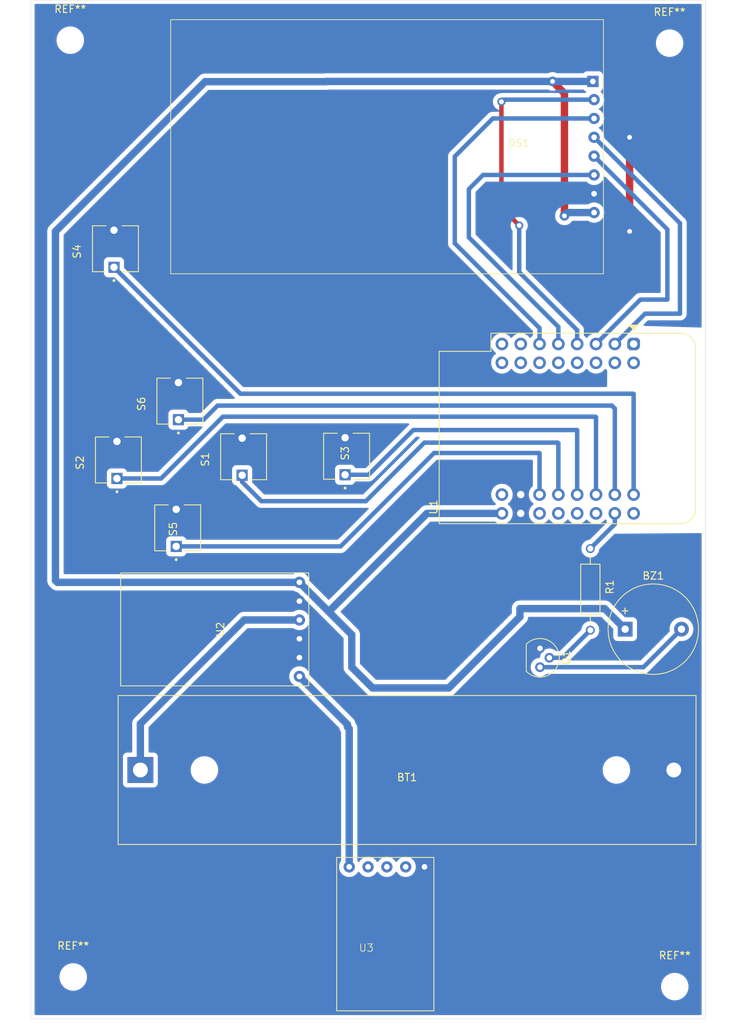
<source format=kicad_pcb>
(kicad_pcb (version 20240108) (generator "pcbnew") (generator_version "8.0")
  (layers (0 "F.Cu" signal) (31 "B.Cu" signal) (34 "B.Paste" user) (35 "F.Paste" user) (36 "B.SilkS" user "B.Silkscreen") (37 "F.SilkS" user "F.Silkscreen") (38 "B.Mask" user) (39 "F.Mask" user) (44 "Edge.Cuts" user))
  (net 0 "")
  (net 1 "+BATT")
  (net 2 "GND")
  (net 3 "Net-(BZ1--)")
  (net 4 "+5V")
  (net 5 "/DATA_4")
  (net 6 "/DATA_5")
  (net 7 "+3.3V")
  (net 8 "/DATA_2")
  (net 9 "/DATA_1")
  (net 10 "/DATA_3")
  (net 11 "/PWM1")
  (net 12 "VDC")
  (net 26 "/switch1")
  (net 27 "/switch2")
  (net 28 "/switch3")
  (net 29 "/switch4")
  (net 30 "/switch5")
  (net 31 "/switch6")
  (net 32 "Net-(Q1-B)")
  (footprint "switch_tactile:SW_TL59NF160Q" (layer "F.Cu") (at 113.9 57.9375 90)
    (property "Reference" "S4" (at -0.369 -4.985 90) (layer "F.SilkS"))
    (property "Value" "TL59NF160Q")
    (fp_line (start 3.1 -2.9) (end 3.1 -1.074) (stroke (width 0.127)) (layer "F.SilkS"))
    (fp_line (start -3.1 -2.9) (end 3.1 -2.9) (stroke (width 0.127)) (layer "F.SilkS"))
    (fp_line (start -3.1 -1.074) (end -3.1 -2.9) (stroke (width 0.127)) (layer "F.SilkS"))
    (fp_line (start 3.1 3.3) (end 3.1 1.074) (stroke (width 0.127)) (layer "F.SilkS"))
    (fp_line (start 3.1 3.3) (end -3.1 3.3) (stroke (width 0.127)) (layer "F.SilkS"))
    (fp_line (start -3.1 3.3) (end -3.1 1.074) (stroke (width 0.127)) (layer "F.SilkS"))
    (fp_circle (center -4.294 0) (end -4.194 0) (stroke (width 0.2)) (fill none) (layer "F.SilkS"))
    (pad "1" thru_hole rect (at -2.5 0 90) (size 1.508 1.508) (drill 1) (layers "*.Cu" "*.Mask") (net 29 "/switch4"))
    (pad "2" thru_hole circle (at 2.5 0 90) (size 1.508 1.508) (drill 1) (layers "*.Cu" "*.Mask") (net 2 "GND"))
  )
  (footprint "switch_tactile:SW_TL59NF160Q" (layer "F.Cu") (at 122.3 95.6 90)
    (property "Reference" "S5" (at -0.1625 -0.4 90) (layer "F.SilkS"))
    (property "Value" "TL59NF160Q")
    (fp_line (start 3.1 -2.9) (end 3.1 -1.074) (stroke (width 0.127)) (layer "F.SilkS"))
    (fp_line (start -3.1 -2.9) (end 3.1 -2.9) (stroke (width 0.127)) (layer "F.SilkS"))
    (fp_line (start -3.1 -1.074) (end -3.1 -2.9) (stroke (width 0.127)) (layer "F.SilkS"))
    (fp_line (start 3.1 3.3) (end 3.1 1.074) (stroke (width 0.127)) (layer "F.SilkS"))
    (fp_line (start 3.1 3.3) (end -3.1 3.3) (stroke (width 0.127)) (layer "F.SilkS"))
    (fp_line (start -3.1 3.3) (end -3.1 1.074) (stroke (width 0.127)) (layer "F.SilkS"))
    (fp_circle (center -4.294 0) (end -4.194 0) (stroke (width 0.2)) (fill none) (layer "F.SilkS"))
    (pad "1" thru_hole rect (at -2.5 0 90) (size 1.508 1.508) (drill 1) (layers "*.Cu" "*.Mask") (net 30 "/switch5"))
    (pad "2" thru_hole circle (at 2.5 0 90) (size 1.508 1.508) (drill 1) (layers "*.Cu" "*.Mask") (net 2 "GND"))
  )
  (footprint "resistencias:RESAD1100W55L680D260" (layer "F.Cu") (at 178.2 103.9 -90)
    (property "Reference" "R1" (at -0.325 -2.635 90) (layer "F.SilkS"))
    (property "Value" "MFR-25FBF52-1K")
    (fp_line (start -3.4 1.3) (end 3.4 1.3) (stroke (width 0.127)) (layer "F.SilkS"))
    (fp_line (start 3.4 1.3) (end 3.4 0) (stroke (width 0.127)) (layer "F.SilkS"))
    (fp_line (start -4.58 0) (end -3.4 0) (stroke (width 0.127)) (layer "F.SilkS"))
    (fp_line (start -3.4 0) (end -3.4 1.3) (stroke (width 0.127)) (layer "F.SilkS"))
    (fp_line (start 3.4 0) (end 3.4 -1.3) (stroke (width 0.127)) (layer "F.SilkS"))
    (fp_line (start 4.58 0) (end 3.4 0) (stroke (width 0.127)) (layer "F.SilkS"))
    (fp_line (start -3.4 -1.3) (end -3.4 0) (stroke (width 0.127)) (layer "F.SilkS"))
    (fp_line (start 3.4 -1.3) (end -3.4 -1.3) (stroke (width 0.127)) (layer "F.SilkS"))
    (pad "1" thru_hole circle (at -5.5 0 270) (size 1.2 1.2) (drill 0.8) (layers "*.Cu" "*.Mask") (net 11 "/PWM1"))
    (pad "2" thru_hole circle (at 5.5 0 270) (size 1.2 1.2) (drill 0.8) (layers "*.Cu" "*.Mask") (net 32 "Net-(Q1-B)"))
  )
  (footprint "switch_tactile:SW_TL59NF160Q" (layer "F.Cu") (at 145.1 85.9375 90)
    (property "Reference" "S3" (at 0.4 0 90) (layer "F.SilkS"))
    (property "Value" "TL59NF160Q" (hide yes))
    (fp_line (start 3.1 -2.9) (end 3.1 -1.074) (stroke (width 0.127)) (layer "F.SilkS"))
    (fp_line (start -3.1 -2.9) (end 3.1 -2.9) (stroke (width 0.127)) (layer "F.SilkS"))
    (fp_line (start -3.1 -1.074) (end -3.1 -2.9) (stroke (width 0.127)) (layer "F.SilkS"))
    (fp_line (start 3.1 3.3) (end 3.1 1.074) (stroke (width 0.127)) (layer "F.SilkS"))
    (fp_line (start 3.1 3.3) (end -3.1 3.3) (stroke (width 0.127)) (layer "F.SilkS"))
    (fp_line (start -3.1 3.3) (end -3.1 1.074) (stroke (width 0.127)) (layer "F.SilkS"))
    (fp_circle (center -4.294 0) (end -4.194 0) (stroke (width 0.2)) (fill none) (layer "F.SilkS"))
    (pad "1" thru_hole rect (at -2.5 0 90) (size 1.508 1.508) (drill 1) (layers "*.Cu" "*.Mask") (net 28 "/switch3"))
    (pad "2" thru_hole circle (at 2.5 0 90) (size 1.508 1.508) (drill 1) (layers "*.Cu" "*.Mask") (net 2 "GND"))
  )
  (footprint "Buzzer_Beeper:Buzzer_12x9.5RM7.6" (layer "F.Cu") (at 182.9 109.27)
    (property "Reference" "BZ1" (at 3.8 -7.2 0) (layer "F.SilkS"))
    (property "Value" "Buzzer")
    (fp_circle (center 3.8 0) (end 9.9 0) (stroke (width 0.12)) (fill none) (layer "F.SilkS"))
    (fp_text user "+" (at -0.01 -2.54 0) (layer "F.SilkS"))
    (pad "1" thru_hole rect (at 0 0) (size 2 2) (drill 1) (layers "*.Cu" "*.Mask") (net 4 "+5V"))
    (pad "2" thru_hole circle (at 7.6 0) (size 2 2) (drill 1) (layers "*.Cu" "*.Mask") (net 3 "Net-(BZ1--)"))
  )
  (footprint "switch_tactile:SW_TL59NF160Q" (layer "F.Cu") (at 122.6 78.5 90)
    (property "Reference" "S6" (at -0.369 -4.985 90) (layer "F.SilkS"))
    (property "Value" "TL59NF160Q")
    (fp_line (start 3.1 -2.9) (end 3.1 -1.074) (stroke (width 0.127)) (layer "F.SilkS"))
    (fp_line (start -3.1 -2.9) (end 3.1 -2.9) (stroke (width 0.127)) (layer "F.SilkS"))
    (fp_line (start -3.1 -1.074) (end -3.1 -2.9) (stroke (width 0.127)) (layer "F.SilkS"))
    (fp_line (start 3.1 3.3) (end 3.1 1.074) (stroke (width 0.127)) (layer "F.SilkS"))
    (fp_line (start 3.1 3.3) (end -3.1 3.3) (stroke (width 0.127)) (layer "F.SilkS"))
    (fp_line (start -3.1 3.3) (end -3.1 1.074) (stroke (width 0.127)) (layer "F.SilkS"))
    (fp_circle (center -4.294 0) (end -4.194 0) (stroke (width 0.2)) (fill none) (layer "F.SilkS"))
    (pad "1" thru_hole rect (at -2.5 0 90) (size 1.508 1.508) (drill 1) (layers "*.Cu" "*.Mask") (net 31 "/switch6"))
    (pad "2" thru_hole circle (at 2.5 0 90) (size 1.508 1.508) (drill 1) (layers "*.Cu" "*.Mask") (net 2 "GND"))
  )
  (footprint "devkit_esp32_mini:WEMOS_S2_mini" (layer "F.Cu") (at 184.045 70.7875 -90)
    (property "Reference" "U1" (at 22 27 90) (layer "F.SilkS"))
    (property "Value" "WeMos_S2_mini")
    (fp_line (start 1 26.25) (end 24.25 26.25) (stroke (width 0.12)) (layer "F.SilkS"))
    (fp_line (start 24.25 26.25) (end 24.25 -6.3) (stroke (width 0.12)) (layer "F.SilkS"))
    (fp_line (start -1.45 19.25) (end 1 19.25) (stroke (width 0.12)) (layer "F.SilkS"))
    (fp_line (start -1.45 19.25) (end -1.45 -6.3) (stroke (width 0.12)) (layer "F.SilkS"))
    (fp_line (start 1 19.25) (end 1 26.25) (stroke (width 0.12)) (layer "F.SilkS"))
    (fp_line (start 22.2 -8.35) (end 0.6 -8.35) (stroke (width 0.12)) (layer "F.SilkS"))
    (fp_arc (start -1.45 -6.3) (mid -0.849569 -7.749569) (end 0.6 -8.35) (stroke (width 0.12)) (layer "F.SilkS"))
    (fp_arc (start 22.2 -8.35) (mid 23.649569 -7.749569) (end 24.25 -6.3) (stroke (width 0.12)) (layer "F.SilkS"))
    (fp_poly (pts (xy -2.54 -0.635) (xy -2.54 0.635) (xy -1.905 0)) (stroke (width 0.12)) (fill solid) (layer "F.SilkS"))
    (pad "1" thru_hole roundrect (at 0 0 270) (size 1.7 1.7) (drill 1) (layers "*.Cu" "*.Mask") (roundrect_rratio 0.35) (chamfer_ratio 0.2) (chamfer top_left bottom_right))
    (pad "2" thru_hole circle (at 0 2.54 270) (size 1.7 1.7) (drill 1) (layers "*.Cu" "*.Mask") (net 10 "/DATA_3"))
    (pad "3" thru_hole circle (at 0 5.08 270) (size 1.7 1.7) (drill 1) (layers "*.Cu" "*.Mask") (net 5 "/DATA_4"))
    (pad "4" thru_hole circle (at 0 7.62 270) (size 1.7 1.7) (drill 1) (layers "*.Cu" "*.Mask") (net 9 "/DATA_1"))
    (pad "5" thru_hole circle (at 0 10.16 270) (size 1.7 1.7) (drill 1) (layers "*.Cu" "*.Mask") (net 6 "/DATA_5"))
    (pad "6" thru_hole circle (at 0 12.7 270) (size 1.7 1.7) (drill 1) (layers "*.Cu" "*.Mask") (net 8 "/DATA_2"))
    (pad "7" thru_hole circle (at 0 15.24 270) (size 1.7 1.7) (drill 1) (layers "*.Cu" "*.Mask"))
    (pad "8" thru_hole circle (at 0 17.78 270) (size 1.7 1.7) (drill 1) (layers "*.Cu" "*.Mask") (net 7 "+3.3V"))
    (pad "9" thru_hole circle (at 22.86 17.78 270) (size 1.7 1.7) (drill 1) (layers "*.Cu" "*.Mask") (net 4 "+5V"))
    (pad "10" thru_hole circle (at 22.86 15.24 270) (size 1.7 1.7) (drill 1) (layers "*.Cu" "*.Mask") (net 2 "GND"))
    (pad "11" thru_hole circle (at 22.86 12.7 270) (size 1.7 1.7) (drill 1) (layers "*.Cu" "*.Mask"))
    (pad "12" thru_hole circle (at 22.86 10.16 270) (size 1.7 1.7) (drill 1) (layers "*.Cu" "*.Mask"))
    (pad "13" thru_hole circle (at 22.86 7.62 270) (size 1.7 1.7) (drill 1) (layers "*.Cu" "*.Mask"))
    (pad "14" thru_hole circle (at 22.86 5.08 270) (size 1.7 1.7) (drill 1) (layers "*.Cu" "*.Mask"))
    (pad "15" thru_hole circle (at 22.86 2.54 270) (size 1.7 1.7) (drill 1) (layers "*.Cu" "*.Mask") (net 11 "/PWM1"))
    (pad "16" thru_hole circle (at 22.86 0 270) (size 1.7 1.7) (drill 1) (layers "*.Cu" "*.Mask"))
    (pad "17" thru_hole circle (at 2.54 0 270) (size 1.7 1.7) (drill 1) (layers "*.Cu" "*.Mask"))
    (pad "18" thru_hole circle (at 2.54 2.54 270) (size 1.7 1.7) (drill 1) (layers "*.Cu" "*.Mask"))
    (pad "19" thru_hole circle (at 2.54 5.08 270) (size 1.7 1.7) (drill 1) (layers "*.Cu" "*.Mask"))
    (pad "20" thru_hole circle (at 2.54 7.62 270) (size 1.7 1.7) (drill 1) (layers "*.Cu" "*.Mask"))
    (pad "21" thru_hole circle (at 2.54 10.16 270) (size 1.7 1.7) (drill 1) (layers "*.Cu" "*.Mask"))
    (pad "22" thru_hole circle (at 2.54 12.7 270) (size 1.7 1.7) (drill 1) (layers "*.Cu" "*.Mask"))
    (pad "23" thru_hole circle (at 2.54 15.24 270) (size 1.7 1.7) (drill 1) (layers "*.Cu" "*.Mask"))
    (pad "24" thru_hole circle (at 2.54 17.78 270) (size 1.7 1.7) (drill 1) (layers "*.Cu" "*.Mask"))
    (pad "25" thru_hole circle (at 20.32 17.78 270) (size 1.7 1.7) (drill 1) (layers "*.Cu" "*.Mask"))
    (pad "26" thru_hole circle (at 20.32 15.24 270) (size 1.7 1.7) (drill 1) (layers "*.Cu" "*.Mask") (net 2 "GND"))
    (pad "27" thru_hole circle (at 20.32 12.7 270) (size 1.7 1.7) (drill 1) (layers "*.Cu" "*.Mask") (net 30 "/switch5"))
    (pad "28" thru_hole circle (at 20.32 10.16 270) (size 1.7 1.7) (drill 1) (layers "*.Cu" "*.Mask") (net 26 "/switch1"))
    (pad "29" thru_hole circle (at 20.32 7.62 270) (size 1.7 1.7) (drill 1) (layers "*.Cu" "*.Mask") (net 28 "/switch3"))
    (pad "30" thru_hole circle (at 20.32 5.08 270) (size 1.7 1.7) (drill 1) (layers "*.Cu" "*.Mask") (net 27 "/switch2"))
    (pad "31" thru_hole circle (at 20.32 2.54 270) (size 1.7 1.7) (drill 1) (layers "*.Cu" "*.Mask") (net 31 "/switch6"))
    (pad "32" thru_hole circle (at 20.32 0 270) (size 1.7 1.7) (drill 1) (layers "*.Cu" "*.Mask") (net 29 "/switch4"))
  )
  (footprint "MountingHole:MountingHole_3.2mm_M3" (layer "F.Cu") (at 189.6 157.5)
    (property "Reference" "REF**" (at 0 -4.2 0) (layer "F.SilkS"))
    (property "Value" "MountingHole_3.2mm_M3")
    (pad "" np_thru_hole circle (at 0 0) (size 3.2 3.2) (drill 3.2) (layers "F&B.Cu" "*.Mask"))
  )
  (footprint "switch_tactile:SW_TL59NF160Q" (layer "F.Cu") (at 114.3 86.4375 90)
    (property "Reference" "S2" (at -0.369 -4.985 90) (layer "F.SilkS"))
    (property "Value" "TL59NF160Q")
    (fp_line (start 3.1 -2.9) (end 3.1 -1.074) (stroke (width 0.127)) (layer "F.SilkS"))
    (fp_line (start -3.1 -2.9) (end 3.1 -2.9) (stroke (width 0.127)) (layer "F.SilkS"))
    (fp_line (start -3.1 -1.074) (end -3.1 -2.9) (stroke (width 0.127)) (layer "F.SilkS"))
    (fp_line (start 3.1 3.3) (end 3.1 1.074) (stroke (width 0.127)) (layer "F.SilkS"))
    (fp_line (start 3.1 3.3) (end -3.1 3.3) (stroke (width 0.127)) (layer "F.SilkS"))
    (fp_line (start -3.1 3.3) (end -3.1 1.074) (stroke (width 0.127)) (layer "F.SilkS"))
    (fp_circle (center -4.294 0) (end -4.194 0) (stroke (width 0.2)) (fill none) (layer "F.SilkS"))
    (pad "1" thru_hole rect (at -2.5 0 90) (size 1.508 1.508) (drill 1) (layers "*.Cu" "*.Mask") (net 27 "/switch2"))
    (pad "2" thru_hole circle (at 2.5 0 90) (size 1.508 1.508) (drill 1) (layers "*.Cu" "*.Mask") (net 2 "GND"))
  )
  (footprint "mh_cd:mh-cd42" (layer "F.Cu") (at 127.5 109.3 90)
    (property "Reference" "U2" (at 0 0.77 90) (layer "F.SilkS"))
    (property "Value" "mh-cd42")
    (fp_rect (start -7.62 -12.7) (end 7.62 12.7) (stroke (width 0.12)) (fill none) (layer "F.SilkS"))
    (pad "1" thru_hole circle (at -6.35 11.43 90) (size 1.524 1.524) (drill 0.762) (layers "*.Cu" "*.Mask") (net 12 "VDC"))
    (pad "2" thru_hole circle (at -3.81 11.43 90) (size 1.524 1.524) (drill 0.762) (layers "*.Cu" "*.Mask") (net 2 "GND"))
    (pad "3" thru_hole circle (at -1.27 11.43 90) (size 1.524 1.524) (drill 0.762) (layers "*.Cu" "*.Mask") (net 2 "GND"))
    (pad "4" thru_hole circle (at 1.27 11.43 90) (size 1.524 1.524) (drill 0.762) (layers "*.Cu" "*.Mask") (net 1 "+BATT"))
    (pad "5" thru_hole circle (at 3.81 11.43 90) (size 1.524 1.524) (drill 0.762) (layers "*.Cu" "*.Mask") (net 2 "GND"))
    (pad "6" thru_hole circle (at 6.35 11.43 90) (size 1.524 1.524) (drill 0.762) (layers "*.Cu" "*.Mask") (net 4 "+5V"))
  )
  (footprint "switch_tactile:SW_TL59NF160Q" (layer "F.Cu") (at 131.2 86 90)
    (property "Reference" "S1" (at -0.369 -4.985 90) (layer "F.SilkS"))
    (property "Value" "TL59NF160Q")
    (fp_line (start 3.1 -2.9) (end 3.1 -1.074) (stroke (width 0.127)) (layer "F.SilkS"))
    (fp_line (start -3.1 -2.9) (end 3.1 -2.9) (stroke (width 0.127)) (layer "F.SilkS"))
    (fp_line (start -3.1 -1.074) (end -3.1 -2.9) (stroke (width 0.127)) (layer "F.SilkS"))
    (fp_line (start 3.1 3.3) (end 3.1 1.074) (stroke (width 0.127)) (layer "F.SilkS"))
    (fp_line (start 3.1 3.3) (end -3.1 3.3) (stroke (width 0.127)) (layer "F.SilkS"))
    (fp_line (start -3.1 3.3) (end -3.1 1.074) (stroke (width 0.127)) (layer "F.SilkS"))
    (fp_circle (center -4.294 0) (end -4.194 0) (stroke (width 0.2)) (fill none) (layer "F.SilkS"))
    (pad "1" thru_hole rect (at -2.5 0 90) (size 1.508 1.508) (drill 1) (layers "*.Cu" "*.Mask") (net 26 "/switch1"))
    (pad "2" thru_hole circle (at 2.5 0 90) (size 1.508 1.508) (drill 1) (layers "*.Cu" "*.Mask") (net 2 "GND"))
  )
  (footprint "MountingHole:MountingHole_3.2mm_M3" (layer "F.Cu") (at 108 29.8)
    (property "Reference" "REF**" (at 0 -4.2 0) (layer "F.SilkS"))
    (property "Value" "MountingHole_3.2mm_M3")
    (pad "" np_thru_hole circle (at 0 0) (size 3.2 3.2) (drill 3.2) (layers "*.Cu" "*.Mask"))
  )
  (footprint "Package_TO_SOT_THT:TO-92" (layer "F.Cu") (at 171.4 111.86 -90)
    (property "Reference" "Q1" (at 1.27 -3.56 90) (layer "F.SilkS"))
    (property "Value" "Q_NPN_EBC")
    (fp_line (start -0.53 1.85) (end 3.07 1.85) (stroke (width 0.12)) (layer "F.SilkS"))
    (fp_arc (start -0.568478 1.838478) (mid -1.132087 -0.994977) (end 1.27 -2.6) (stroke (width 0.12)) (layer "F.SilkS"))
    (fp_arc (start 1.27 -2.6) (mid 3.672087 -0.994977) (end 3.108478 1.838478) (stroke (width 0.12)) (layer "F.SilkS"))
    (pad "1" thru_hole circle (at 0 0 270) (size 1.3 1.3) (drill 0.75) (layers "*.Cu" "*.Mask") (net 2 "GND"))
    (pad "2" thru_hole circle (at 1.27 -1.27 270) (size 1.3 1.3) (drill 0.75) (layers "*.Cu" "*.Mask") (net 32 "Net-(Q1-B)"))
    (pad "3" thru_hole circle (at 2.54 0 270) (size 1.3 1.3) (drill 0.75) (layers "*.Cu" "*.Mask") (net 3 "Net-(BZ1--)"))
  )
  (footprint "module_microusb:microusb" (layer "F.Cu") (at 149.465 151.27 -90)
    (property "Reference" "U3" (at 1 1.5 0) (layer "F.SilkS") (effects (font (thickness 0.1))))
    (property "Value" "~")
    (fp_rect (start -11.2 -7.62) (end 9.5 5.5) (stroke (width 0.12)) (fill none) (layer "F.SilkS"))
    (pad "1" thru_hole circle (at -9.93 -6.35 180) (size 1.524 1.524) (drill 0.762) (layers "*.Cu" "*.Mask") (net 2 "GND"))
    (pad "2" thru_hole circle (at -9.93 -3.81 180) (size 1.524 1.524) (drill 0.762) (layers "*.Cu" "*.Mask"))
    (pad "3" thru_hole circle (at -9.93 -1.27 180) (size 1.524 1.524) (drill 0.762) (layers "*.Cu" "*.Mask"))
    (pad "4" thru_hole circle (at -9.93 1.27 180) (size 1.524 1.524) (drill 0.762) (layers "*.Cu" "*.Mask"))
    (pad "5" thru_hole circle (at -9.93 3.81 180) (size 1.524 1.524) (drill 0.762) (layers "*.Cu" "*.Mask") (net 12 "VDC"))
  )
  (footprint "MountingHole:MountingHole_3.2mm_M3" (layer "F.Cu") (at 108.4 156.2)
    (property "Reference" "REF**" (at 0 -4.2 0) (layer "F.SilkS"))
    (property "Value" "MountingHole_3.2mm_M3")
    (pad "" np_thru_hole circle (at 0 0) (size 3.2 3.2) (drill 3.2) (layers "F&B.Cu" "*.Mask"))
  )
  (footprint "MountingHole:MountingHole_3.2mm_M3" (layer "F.Cu") (at 188.9 30.2)
    (property "Reference" "REF**" (at 0 -4.2 0) (layer "F.SilkS"))
    (property "Value" "MountingHole_3.2mm_M3")
    (pad "" np_thru_hole circle (at 0 0) (size 3.2 3.2) (drill 3.2) (layers "F&B.Cu" "*.Mask"))
  )
  (footprint "tft_1.8:tft-spi-1280x160" (layer "F.Cu") (at 168.545 44.17)
    (property "Reference" "DS1" (at 0 -0.5 0) (layer "F.SilkS") (effects (font (thickness 0.1))))
    (property "Value" "4311" (hide yes))
    (fp_rect (start -46.99 -17.145) (end 11.43 17.145) (stroke (width 0.1)) (fill none) (layer "F.SilkS"))
    (pad "1" thru_hole rect (at 10 -8.81) (size 1.524 1.524) (drill 0.762) (layers "*.Cu" "*.Mask") (net 4 "+5V"))
    (pad "2" thru_hole circle (at 10.16 -6.35) (size 1.524 1.524) (drill 0.762) (layers "*.Cu" "*.Mask") (net 9 "/DATA_1"))
    (pad "3" thru_hole circle (at 10.16 -3.81) (size 1.524 1.524) (drill 0.762) (layers "*.Cu" "*.Mask") (net 8 "/DATA_2"))
    (pad "4" thru_hole circle (at 10.16 -1.27) (size 1.524 1.524) (drill 0.762) (layers "*.Cu" "*.Mask") (net 10 "/DATA_3"))
    (pad "5" thru_hole circle (at 10.16 1.27) (size 1.524 1.524) (drill 0.762) (layers "*.Cu" "*.Mask") (net 5 "/DATA_4"))
    (pad "6" thru_hole circle (at 10.16 3.81) (size 1.524 1.524) (drill 0.762) (layers "*.Cu" "*.Mask") (net 6 "/DATA_5"))
    (pad "7" thru_hole circle (at 10.16 6.35) (size 1.524 1.524) (drill 0.762) (layers "*.Cu" "*.Mask") (net 2 "GND"))
    (pad "8" thru_hole circle (at 10.16 8.89) (size 1.524 1.524) (drill 0.762) (layers "*.Cu" "*.Mask") (net 4 "+5V"))
  )
  (footprint "Battery:BatteryHolder_MPD_BH-18650-PC2" (layer "F.Cu") (at 117.465 128.27)
    (property "Reference" "BT1" (at 36 1 0) (layer "F.SilkS"))
    (property "Value" "Battery")
    (fp_line (start -3 -10.05) (end 75 -10.05) (stroke (width 0.12)) (layer "F.SilkS"))
    (fp_line (start -3 10.05) (end -3 -10.05) (stroke (width 0.12)) (layer "F.SilkS"))
    (fp_line (start 75 -10.05) (end 75 10.05) (stroke (width 0.12)) (layer "F.SilkS"))
    (fp_line (start 75 10.05) (end -3 10.05) (stroke (width 0.12)) (layer "F.SilkS"))
    (pad "" np_thru_hole circle (at 8.645 0) (size 3.2 3.2) (drill 3.2) (layers "*.Cu" "*.Mask"))
    (pad "" np_thru_hole circle (at 64.255 0) (size 3.2 3.2) (drill 3.2) (layers "*.Cu" "*.Mask"))
    (pad "1" thru_hole rect (at 0 0) (size 3.5 3.5) (drill 2) (layers "*.Cu" "*.Mask") (net 1 "+BATT"))
    (pad "2" thru_hole circle (at 72 0) (size 3.5 3.5) (drill 2) (layers "*.Cu" "*.Mask") (net 2 "GND"))
  )
  (gr_rect (start 102.68 24.4) (end 193.72 161.84) (stroke (width 0.05)) (fill none) (layer "Edge.Cuts"))
  (segment (start 117.465 128.27) (end 117.465 122.035) (width 1) (layer "B.Cu") (net 1))
  (segment (start 117.465 122.035) (end 131.47 108.03) (width 1) (layer "B.Cu") (net 1))
  (segment (start 131.47 108.03) (end 138.93 108.03) (width 1) (layer "B.Cu") (net 1))
  (segment (start 183.5 42.85) (end 183.5 42.9) (width 1) (layer "F.Cu") (net 2))
  (segment (start 183.5 55.55) (end 183.5 55.6) (width 1) (layer "F.Cu") (net 2))
  (segment (start 183.5 42.85) (end 183.5 55.55) (width 1) (layer "F.Cu") (net 2))
  (via (at 183.5 42.9) (size 1.3) (drill 0.65) (layers "F.Cu" "B.Cu") (net 2))
  (via (at 183.5 55.6) (size 1.3) (drill 0.65) (layers "F.Cu" "B.Cu") (net 2))
  (segment (start 185.37 114.4) (end 171.4 114.4) (width 0.6) (layer "B.Cu") (net 3))
  (segment (start 190.5 109.27) (end 185.37 114.4) (width 0.6) (layer "B.Cu") (net 3))
  (segment (start 174.704 53.496) (end 174.7 53.5) (width 1) (layer "F.Cu") (net 4))
  (segment (start 174.704 36.964) (end 174.704 53.496) (width 1) (layer "F.Cu") (net 4))
  (segment (start 173.1 35.36) (end 174.704 36.964) (width 1) (layer "F.Cu") (net 4))
  (via (at 174.7 53.5) (size 1.3) (drill 0.65) (layers "F.Cu" "B.Cu") (net 4))
  (via (at 173.1 35.36) (size 1.3) (drill 0.65) (layers "F.Cu" "B.Cu") (net 4))
  (segment (start 148.8 117.2) (end 146 114.4) (width 1) (layer "B.Cu") (net 4))
  (segment (start 146 114.4) (end 146 110.02) (width 1) (layer "B.Cu") (net 4))
  (segment (start 146 110.02) (end 143.24 107.26) (width 1) (layer "B.Cu") (net 4))
  (segment (start 143.24 107.26) (end 142.89 106.91) (width 1) (layer "B.Cu") (net 4))
  (segment (start 166.265 93.6475) (end 156.1525 93.6475) (width 1) (layer "B.Cu") (net 4))
  (segment (start 180.13 106.5) (end 168.7 106.5) (width 1) (layer "B.Cu") (net 4))
  (segment (start 182.9 109.27) (end 180.13 106.5) (width 1) (layer "B.Cu") (net 4))
  (segment (start 159.1 117.2) (end 148.8 117.2) (width 1) (layer "B.Cu") (net 4))
  (segment (start 175.14 53.06) (end 174.7 53.5) (width 1) (layer "B.Cu") (net 4))
  (segment (start 142.54 35.36) (end 142.5 35.4) (width 1) (layer "B.Cu") (net 4))
  (segment (start 106 55.6) (end 106 102.7) (width 1) (layer "B.Cu") (net 4))
  (segment (start 173.1 35.36) (end 178.545 35.36) (width 1) (layer "B.Cu") (net 4))
  (segment (start 173.1 35.36) (end 142.54 35.36) (width 1) (layer "B.Cu") (net 4))
  (segment (start 106.25 102.95) (end 138.93 102.95) (width 1) (layer "B.Cu") (net 4))
  (segment (start 142.5 35.4) (end 126.2 35.4) (width 1) (layer "B.Cu") (net 4))
  (segment (start 168.7 107.6) (end 159.1 117.2) (width 1) (layer "B.Cu") (net 4))
  (segment (start 168.7 106.5) (end 168.7 107.6) (width 1) (layer "B.Cu") (net 4))
  (segment (start 106 102.7) (end 106.25 102.95) (width 1) (layer "B.Cu") (net 4))
  (segment (start 142.89 106.91) (end 138.93 102.95) (width 1) (layer "B.Cu") (net 4))
  (segment (start 126.2 35.4) (end 106 55.6) (width 1) (layer "B.Cu") (net 4))
  (segment (start 156.1525 93.6475) (end 142.89 106.91) (width 1) (layer "B.Cu") (net 4))
  (segment (start 178.705 53.06) (end 175.14 53.06) (width 1) (layer "B.Cu") (net 4))
  (segment (start 178.965 70.7875) (end 184.9525 64.8) (width 0.6) (layer "B.Cu") (net 5))
  (segment (start 184.9525 64.8) (end 188.6 64.8) (width 0.6) (layer "B.Cu") (net 5))
  (segment (start 188.6 55.335) (end 178.705 45.44) (width 0.6) (layer "B.Cu") (net 5))
  (segment (start 188.6 64.8) (end 188.6 55.335) (width 0.6) (layer "B.Cu") (net 5))
  (segment (start 161.8 56.4) (end 161.8 49.9) (width 0.6) (layer "B.Cu") (net 6))
  (segment (start 178.725 48) (end 178.705 47.98) (width 0.6) (layer "B.Cu") (net 6))
  (segment (start 163.72 47.98) (end 178.705 47.98) (width 0.6) (layer "B.Cu") (net 6))
  (segment (start 161.8 49.9) (end 163.72 47.98) (width 0.6) (layer "B.Cu") (net 6))
  (segment (start 173.885 70.7875) (end 173.885 68.485) (width 0.6) (layer "B.Cu") (net 6))
  (segment (start 174.165 71.03) (end 173.861 70.726) (width 0.6) (layer "B.Cu") (net 6))
  (segment (start 173.885 68.485) (end 161.8 56.4) (width 0.6) (layer "B.Cu") (net 6))
  (segment (start 165.04 40.36) (end 178.705 40.36) (width 0.6) (layer "B.Cu") (net 8))
  (segment (start 159.9 45.5) (end 165.04 40.36) (width 0.6) (layer "B.Cu") (net 8))
  (segment (start 159.9 57.2) (end 159.9 45.5) (width 0.6) (layer "B.Cu") (net 8))
  (segment (start 171.345 70.7875) (end 171.345 68.645) (width 0.6) (layer "B.Cu") (net 8))
  (segment (start 171.345 68.645) (end 159.9 57.2) (width 0.6) (layer "B.Cu") (net 8))
  (segment (start 168.6 54.8) (end 166.2 52.4) (width 0.6) (layer "F.Cu") (net 9))
  (segment (start 166.2 52.4) (end 166.2 38.1) (width 0.6) (layer "F.Cu") (net 9))
  (via (at 166.2 38.1) (size 1.1) (drill 0.65) (layers "F.Cu" "B.Cu") (net 9))
  (via (at 168.6 54.8) (size 1.1) (drill 0.65) (layers "F.Cu" "B.Cu") (net 9))
  (segment (start 166.2 38.1) (end 166.48 37.82) (width 0.6) (layer "B.Cu") (net 9))
  (segment (start 168.6 54.8) (end 168.6 61.1) (width 0.6) (layer "B.Cu") (net 9))
  (segment (start 168.6 61.1) (end 176.425 68.925) (width 0.6) (layer "B.Cu") (net 9))
  (segment (start 176.425 68.925) (end 176.425 70.7875) (width 0.6) (layer "B.Cu") (net 9))
  (segment (start 166.48 37.82) (end 178.705 37.82) (width 0.6) (layer "B.Cu") (net 9))
  (segment (start 190.3 66.7) (end 190.3 54.495) (width 0.6) (layer "B.Cu") (net 10))
  (segment (start 181.505 70.7875) (end 185.5925 66.7) (width 0.6) (layer "B.Cu") (net 10))
  (segment (start 185.5925 66.7) (end 190.3 66.7) (width 0.6) (layer "B.Cu") (net 10))
  (segment (start 190.3 54.495) (end 178.705 42.9) (width 0.6) (layer "B.Cu") (net 10))
  (segment (start 181.505 93.6475) (end 181.505 95.095) (width 0.6) (layer "B.Cu") (net 11))
  (segment (start 181.505 95.095) (end 178.2 98.4) (width 0.6) (layer "B.Cu") (net 11))
  (segment (start 145.41 122.13) (end 145.41 122.45) (width 1) (layer "B.Cu") (net 12))
  (segment (start 145.655 122.695) (end 145.655 141.34) (width 1) (layer "B.Cu") (net 12))
  (segment (start 138.93 115.65) (end 145.41 122.13) (width 1) (layer "B.Cu") (net 12))
  (segment (start 145.41 122.45) (end 145.655 122.695) (width 1) (layer "B.Cu") (net 12))
  (segment (start 133.8 92) (end 131.2 89.4) (width 0.6) (layer "B.Cu") (net 26))
  (segment (start 131.2 89.4) (end 131.2 88.5) (width 0.6) (layer "B.Cu") (net 26))
  (segment (start 173.885 84.185) (end 173.8 84.1) (width 0.6) (layer "B.Cu") (net 26))
  (segment (start 173.885 91.1075) (end 173.885 84.185) (width 0.6) (layer "B.Cu") (net 26))
  (segment (start 173.8 84.1) (end 155.8 84.1) (width 0.6) (layer "B.Cu") (net 26))
  (segment (start 155.8 84.1) (end 147.9 92) (width 0.6) (layer "B.Cu") (net 26))
  (segment (start 147.9 92) (end 133.8 92) (width 0.6) (layer "B.Cu") (net 26))
  (segment (start 178.965 91.1075) (end 178.965 80.665) (width 0.6) (layer "B.Cu") (net 27))
  (segment (start 128.6 80.6) (end 120.2625 88.9375) (width 0.6) (layer "B.Cu") (net 27))
  (segment (start 178.9 80.6) (end 128.6 80.6) (width 0.6) (layer "B.Cu") (net 27))
  (segment (start 120.2625 88.9375) (end 114.3 88.9375) (width 0.6) (layer "B.Cu") (net 27))
  (segment (start 178.965 80.665) (end 178.9 80.6) (width 0.6) (layer "B.Cu") (net 27))
  (segment (start 148.2625 88.4375) (end 145.1 88.4375) (width 0.6) (layer "B.Cu") (net 28))
  (segment (start 176.425 91.1075) (end 176.425 82.425) (width 0.6) (layer "B.Cu") (net 28))
  (segment (start 154.3 82.4) (end 148.2625 88.4375) (width 0.6) (layer "B.Cu") (net 28))
  (segment (start 176.4 82.4) (end 154.3 82.4) (width 0.6) (layer "B.Cu") (net 28))
  (segment (start 176.425 82.425) (end 176.4 82.4) (width 0.6) (layer "B.Cu") (net 28))
  (segment (start 184 77.5) (end 130.9625 77.5) (width 0.6) (layer "B.Cu") (net 29))
  (segment (start 184.045 77.545) (end 184 77.5) (width 0.6) (layer "B.Cu") (net 29))
  (segment (start 184.045 91.1075) (end 184.045 77.545) (width 0.6) (layer "B.Cu") (net 29))
  (segment (start 130.9625 77.5) (end 113.9 60.4375) (width 0.6) (layer "B.Cu") (net 29))
  (segment (start 157.1 85.5) (end 144.5 98.1) (width 0.6) (layer "B.Cu") (net 30))
  (segment (start 171.3 85.5) (end 157.1 85.5) (width 0.6) (layer "B.Cu") (net 30))
  (segment (start 144.5 98.1) (end 122.3 98.1) (width 0.6) (layer "B.Cu") (net 30))
  (segment (start 171.345 91.1075) (end 171.345 85.545) (width 0.6) (layer "B.Cu") (net 30))
  (segment (start 171.345 85.545) (end 171.3 85.5) (width 0.6) (layer "B.Cu") (net 30))
  (segment (start 181.1 79.1) (end 127.9 79.1) (width 0.6) (layer "B.Cu") (net 31))
  (segment (start 181.505 91.1075) (end 181.505 79.505) (width 0.6) (layer "B.Cu") (net 31))
  (segment (start 126 81) (end 122.6 81) (width 0.6) (layer "B.Cu") (net 31))
  (segment (start 127.9 79.1) (end 126 81) (width 0.6) (layer "B.Cu") (net 31))
  (segment (start 181.505 79.505) (end 181.1 79.1) (width 0.6) (layer "B.Cu") (net 31))
  (segment (start 178.2 109.4) (end 174.47 113.13) (width 0.6) (layer "B.Cu") (net 32))
  (segment (start 174.47 113.13) (end 172.67 113.13) (width 0.6) (layer "B.Cu") (net 32))
  (zone (net 2) (net_name "GND") (layer "B.Cu") (connect_pads yes (clearance 0.6)) (min_thickness 0.25) (fill yes (thermal_gap 0.5) (thermal_bridge_width 0.5))
    (polygon (pts (xy 102.7 24.4) (xy 102.7 161.8) (xy 193.7 161.8) (xy 193.6 96.3) (xy 180.4 96.4) (xy 180.5 68.2) (xy 193.9 68.6) (xy 193.7 24.4)))
  )
)
</source>
